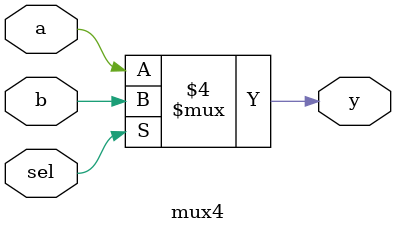
<source format=v>
module mux4(a,b,sel,y);
input a,b,sel;
output reg y;

always@(*) begin
	if(sel == 1'b0)
		y = a;
	else
		y = b;
end

endmodule
</source>
